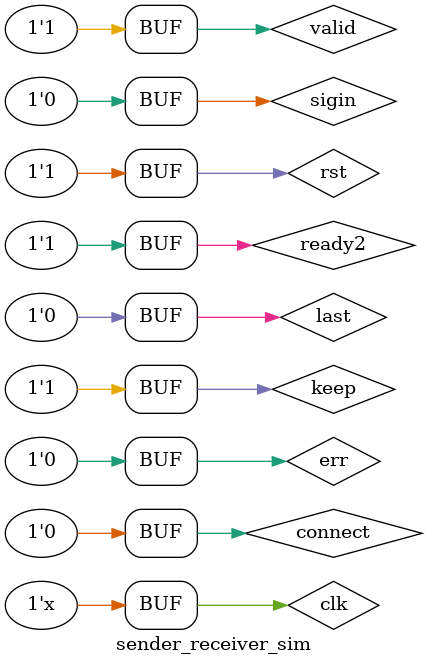
<source format=v>
`timescale 1 ns / 1 ps
module sender_receiver_sim();
reg clk,rst,valid,keep,last;
reg [7:0] data;
wire ready,sigout,sigin;
reg ready2;
wire valid2,keep2,last2;
wire [7:0] data2;
reg err,connect;
wire receiver_state;
laser_sender_0 sender(sigout,data,keep,last,valid,ready,clk,rst);
laser_receiver_0 receiver(sigin,receiver_state,data2,keep2,last2,valid2,ready2,clk,rst);
assign sigin=(sigout^err)&&connect;

initial clk<=0;
always #1 clk<=~clk;

initial begin data<=0; valid<=0; keep<=1; last<=0; ready2<=0; err<=0; connect<=1; end
initial #20 valid<=1;
initial begin rst=0; #2 rst=1; end
//initial begin #50 err<=1; #2 err<=0; end
//always #50 valid<=~valid;
initial begin #300 ready2<=1; end
initial #50 connect<=0;

always @ (posedge clk) if(ready&valid) data<=data+1;

endmodule
</source>
